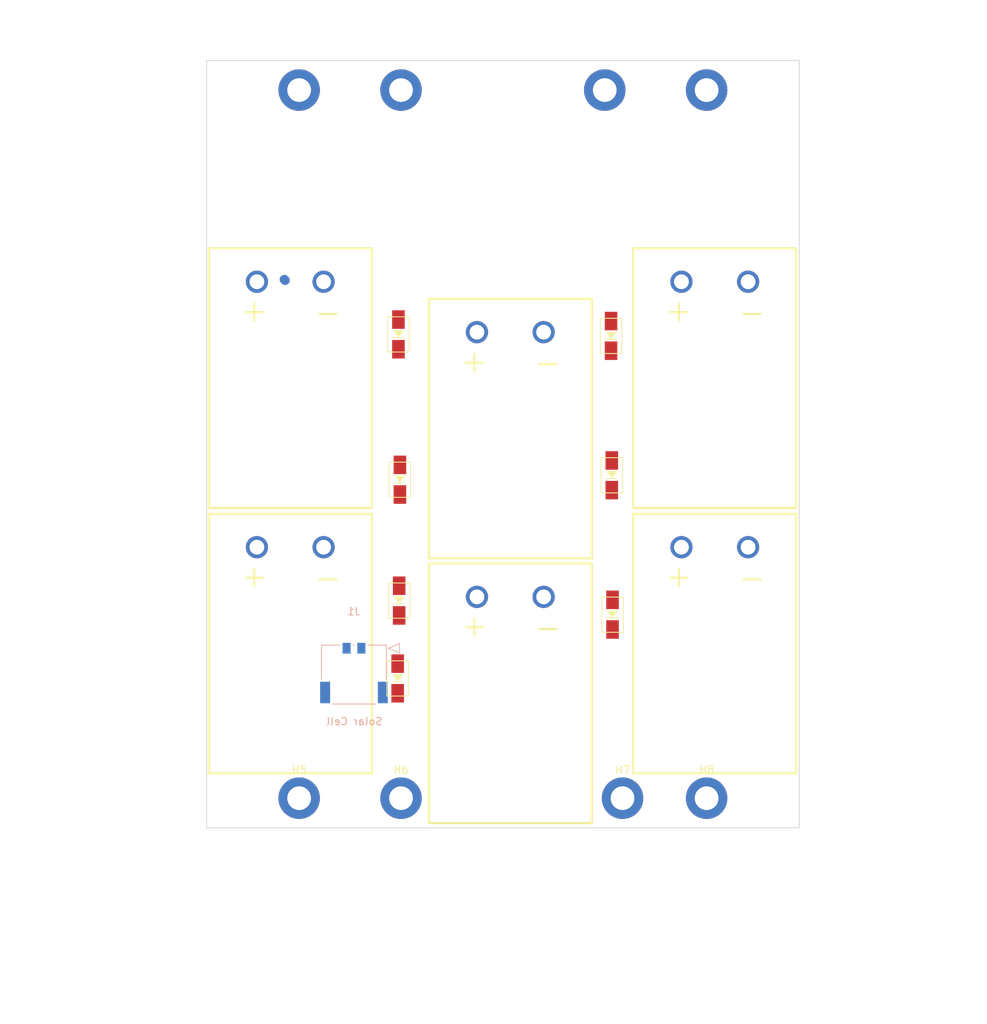
<source format=kicad_pcb>
(kicad_pcb (version 20211014) (generator pcbnew)
  (title_block (title "Solar Cell PCB (non-USB side)") (date "2022-12-25") (rev "2"))
  (layers (0 "F.Cu" signal) (31 "B.Cu" signal) (34 "B.Paste" user) (35 "F.Paste" user) (36 "B.SilkS" user "B.Silkscreen") (37 "F.SilkS" user "F.Silkscreen") (38 "B.Mask" user) (39 "F.Mask" user) (44 "Edge.Cuts" user))
  (net 0 "")
  (net 1 "GND")
  (net 2 "Net-(D1-Pad1)")
  (net 3 "Net-(D1-Pad2)")
  (net 4 "Net-(D2-Pad2)")
  (net 5 "Net-(D3-Pad2)")
  (net 6 "Net-(D4-Pad2)")
  (net 7 "Net-(D5-Pad2)")
  (net 8 "VSOLAR")
  (footprint "MountingHole:MountingHole_3.2mm_M3_DIN965_Pad" (layer "F.Cu") (at 128.25 138.25)
    (fp_text reference "H7" (at 0 -3.8) (layer "F.SilkS"))
    (fp_text value "MountingHole_Pad")
    (pad "1" thru_hole circle (at 0 0) (size 5.6 5.6) (drill 3.2) (layers *.Cu *.Mask) (net 1 "GND"))
  )
  (footprint "ISP:DO-214AC" (layer "F.Cu") (at 126.9 113.5 90)
    (fp_text reference "D6")
    (fp_text value "CDBA240LL-HF")
    (fp_line (start -2.375 -1.45) (end 2.375 -1.45) (layer "F.SilkS") (width 0.12))
    (fp_line (start -0.4318 -0.8128) (end -0.4318 0.7366) (layer "F.SilkS") (width 0.12))
    (fp_line (start -2.375 1.45) (end 2.375 1.45) (layer "F.SilkS") (width 0.12))
    (fp_line (start -2.375 1.45) (end -2.375 -1.45) (layer "F.SilkS") (width 0.12))
    (fp_line (start 2.375 1.45) (end 2.375 -1.45) (layer "F.SilkS") (width 0.12))
    (fp_poly (pts (xy 0.508 0.7112) (xy -0.3048 -0.0254) (xy 0.508 -0.635)) (layer "F.SilkS") (width 0.1) (fill solid))
    (pad "1" smd rect (at -2 0 90) (size 2.5 1.7) (layers "F.Cu" "F.Paste" "F.Mask") (net 7 "Net-(D5-Pad2)"))
    (pad "2" smd rect (at 2 0 90) (size 2.5 1.7) (layers "F.Cu" "F.Paste" "F.Mask") (net 1 "GND"))
  )
  (footprint "MountingHole:MountingHole_3.2mm_M3_DIN965_Pad" (layer "F.Cu") (at 84.6 42.75)
    (fp_text reference "H1")
    (fp_text value "MountingHole_Pad")
    (pad "1" thru_hole circle (at 0 0) (size 5.6 5.6) (drill 3.2) (layers *.Cu *.Mask) (net 1 "GND"))
  )
  (footprint "ISP:SM101K07TF" (layer "F.Cu") (at 83.9 81.6 90)
    (fp_text reference "SC1")
    (fp_text value "SM101K07TF")
    (fp_text user "+" (at 8.89 -5.58 90) (layer "F.SilkS") (effects (font (size 3 3) (thickness 0.3))))
    (fp_text user "-" (at 8.89 4.58) (layer "F.SilkS") (effects (font (size 3 3) (thickness 0.3))))
    (fp_line (start 17.5 10.5) (end -17.5 10.5) (layer "F.SilkS") (width 0.3))
    (fp_line (start -17.5 10.5) (end -17.5 -11.5) (layer "F.SilkS") (width 0.3))
    (fp_line (start -17.5 -11.5) (end 17.5 -11.5) (layer "F.SilkS") (width 0.3))
    (fp_line (start 17.5 -11.5) (end 17.5 10.5) (layer "F.SilkS") (width 0.3))
    (pad "1" thru_hole circle (at 13 -5 90) (size 3 3) (drill 2) (layers *.Mask "F.Cu" "In1.Cu" "B.Cu") (net 2 "Net-(D1-Pad1)"))
    (pad "2" thru_hole circle (at 13 4 90) (size 3 3) (drill 2) (layers *.Mask "F.Cu" "In1.Cu" "B.Cu") (net 3 "Net-(D1-Pad2)"))
  )
  (footprint "ISP:SM101K07TF" (layer "F.Cu") (at 141.2 81.6 90)
    (fp_text reference "SC3")
    (fp_text value "SM101K07TF")
    (fp_text user "+" (at 8.89 -5.58 90) (layer "F.SilkS") (effects (font (size 3 3) (thickness 0.3))))
    (fp_text user "-" (at 8.89 4.58) (layer "F.SilkS") (effects (font (size 3 3) (thickness 0.3))))
    (fp_line (start 17.5 -11.5) (end 17.5 10.5) (layer "F.SilkS") (width 0.3))
    (fp_line (start -17.5 10.5) (end -17.5 -11.5) (layer "F.SilkS") (width 0.3))
    (fp_line (start 17.5 10.5) (end -17.5 10.5) (layer "F.SilkS") (width 0.3))
    (fp_line (start -17.5 -11.5) (end 17.5 -11.5) (layer "F.SilkS") (width 0.3))
    (pad "1" thru_hole circle (at 13 -5 90) (size 3 3) (drill 2) (layers *.Mask "F.Cu" "In1.Cu" "B.Cu") (net 4 "Net-(D2-Pad2)"))
    (pad "2" thru_hole circle (at 13 4 90) (size 3 3) (drill 2) (layers *.Mask "F.Cu" "In1.Cu" "B.Cu") (net 5 "Net-(D3-Pad2)"))
  )
  (footprint "ISP:DO-214AC" (layer "F.Cu") (at 97.9 122.1 90)
    (fp_text reference "D9")
    (fp_text value "CDBA240LL-HF")
    (fp_line (start -2.375 -1.45) (end 2.375 -1.45) (layer "F.SilkS") (width 0.12))
    (fp_line (start -2.375 1.45) (end -2.375 -1.45) (layer "F.SilkS") (width 0.12))
    (fp_line (start -2.375 1.45) (end 2.375 1.45) (layer "F.SilkS") (width 0.12))
    (fp_line (start -0.4318 -0.8128) (end -0.4318 0.7366) (layer "F.SilkS") (width 0.12))
    (fp_line (start 2.375 1.45) (end 2.375 -1.45) (layer "F.SilkS") (width 0.12))
    (fp_poly (pts (xy 0.508 0.7112) (xy -0.3048 -0.0254) (xy 0.508 -0.635)) (layer "F.SilkS") (width 0.1) (fill solid))
    (pad "1" smd rect (at -2 0 90) (size 2.5 1.7) (layers "F.Cu" "F.Paste" "F.Mask") (net 8 "VSOLAR"))
    (pad "2" smd rect (at 2 0 90) (size 2.5 1.7) (layers "F.Cu" "F.Paste" "F.Mask") (net 2 "Net-(D1-Pad1)"))
  )
  (footprint "ISP:DO-214AC" (layer "F.Cu") (at 98.2 95.3 90)
    (fp_text reference "D2")
    (fp_text value "CDBA240LL-HF")
    (fp_line (start -2.375 -1.45) (end 2.375 -1.45) (layer "F.SilkS") (width 0.12))
    (fp_line (start -2.375 1.45) (end 2.375 1.45) (layer "F.SilkS") (width 0.12))
    (fp_line (start -2.375 1.45) (end -2.375 -1.45) (layer "F.SilkS") (width 0.12))
    (fp_line (start 2.375 1.45) (end 2.375 -1.45) (layer "F.SilkS") (width 0.12))
    (fp_line (start -0.4318 -0.8128) (end -0.4318 0.7366) (layer "F.SilkS") (width 0.12))
    (fp_poly (pts (xy 0.508 0.7112) (xy -0.3048 -0.0254) (xy 0.508 -0.635)) (layer "F.SilkS") (width 0.1) (fill solid))
    (pad "1" smd rect (at -2 0 90) (size 2.5 1.7) (layers "F.Cu" "F.Paste" "F.Mask") (net 3 "Net-(D1-Pad2)"))
    (pad "2" smd rect (at 2 0 90) (size 2.5 1.7) (layers "F.Cu" "F.Paste" "F.Mask") (net 4 "Net-(D2-Pad2)"))
  )
  (footprint "MountingHole:MountingHole_3.2mm_M3_DIN965_Pad" (layer "F.Cu") (at 139.6 138.25)
    (fp_text reference "H8" (at 0 -3.8) (layer "F.SilkS"))
    (fp_text value "MountingHole_Pad")
    (pad "1" thru_hole circle (at 0 0) (size 5.6 5.6) (drill 3.2) (layers *.Cu *.Mask) (net 1 "GND"))
  )
  (footprint "ISP:SM101K07TF" (layer "F.Cu") (at 113.6 124.1 90)
    (fp_text reference "SC5")
    (fp_text value "SM101K07TF")
    (fp_text user "-" (at 8.89 4.58) (layer "F.SilkS") (effects (font (size 3 3) (thickness 0.3))))
    (fp_text user "+" (at 8.89 -5.58 90) (layer "F.SilkS") (effects (font (size 3 3) (thickness 0.3))))
    (fp_line (start -17.5 -11.5) (end 17.5 -11.5) (layer "F.SilkS") (width 0.3))
    (fp_line (start 17.5 -11.5) (end 17.5 10.5) (layer "F.SilkS") (width 0.3))
    (fp_line (start -17.5 10.5) (end -17.5 -11.5) (layer "F.SilkS") (width 0.3))
    (fp_line (start 17.5 10.5) (end -17.5 10.5) (layer "F.SilkS") (width 0.3))
    (pad "1" thru_hole circle (at 13 -5 90) (size 3 3) (drill 2) (layers *.Mask "F.Cu" "In1.Cu" "B.Cu") (net 6 "Net-(D4-Pad2)"))
    (pad "2" thru_hole circle (at 13 4 90) (size 3 3) (drill 2) (layers *.Mask "F.Cu" "In1.Cu" "B.Cu") (net 7 "Net-(D5-Pad2)"))
  )
  (footprint "ISP:DO-214AC" (layer "F.Cu") (at 126.7 75.9 90)
    (fp_text reference "D3")
    (fp_text value "CDBA240LL-HF")
    (fp_line (start -2.375 -1.45) (end 2.375 -1.45) (layer "F.SilkS") (width 0.12))
    (fp_line (start 2.375 1.45) (end 2.375 -1.45) (layer "F.SilkS") (width 0.12))
    (fp_line (start -0.4318 -0.8128) (end -0.4318 0.7366) (layer "F.SilkS") (width 0.12))
    (fp_line (start -2.375 1.45) (end 2.375 1.45) (layer "F.SilkS") (width 0.12))
    (fp_line (start -2.375 1.45) (end -2.375 -1.45) (layer "F.SilkS") (width 0.12))
    (fp_poly (pts (xy 0.508 0.7112) (xy -0.3048 -0.0254) (xy 0.508 -0.635)) (layer "F.SilkS") (width 0.1) (fill solid))
    (pad "1" smd rect (at -2 0 90) (size 2.5 1.7) (layers "F.Cu" "F.Paste" "F.Mask") (net 4 "Net-(D2-Pad2)"))
    (pad "2" smd rect (at 2 0 90) (size 2.5 1.7) (layers "F.Cu" "F.Paste" "F.Mask") (net 5 "Net-(D3-Pad2)"))
  )
  (footprint "MountingHole:MountingHole_3.2mm_M3_DIN965_Pad" (layer "F.Cu") (at 125.85 42.75)
    (fp_text reference "H3")
    (fp_text value "MountingHole_Pad")
    (pad "1" thru_hole circle (at 0 0) (size 5.6 5.6) (drill 3.2) (layers *.Cu *.Mask) (net 1 "GND"))
  )
  (footprint "ISP:SM101K07TF" (layer "F.Cu") (at 113.6 88.4 90)
    (fp_text reference "SC2")
    (fp_text value "SM101K07TF")
    (fp_text user "+" (at 8.89 -5.58 90) (layer "F.SilkS") (effects (font (size 3 3) (thickness 0.3))))
    (fp_text user "-" (at 8.89 4.58) (layer "F.SilkS") (effects (font (size 3 3) (thickness 0.3))))
    (fp_line (start -17.5 10.5) (end -17.5 -11.5) (layer "F.SilkS") (width 0.3))
    (fp_line (start 17.5 10.5) (end -17.5 10.5) (layer "F.SilkS") (width 0.3))
    (fp_line (start 17.5 -11.5) (end 17.5 10.5) (layer "F.SilkS") (width 0.3))
    (fp_line (start -17.5 -11.5) (end 17.5 -11.5) (layer "F.SilkS") (width 0.3))
    (pad "1" thru_hole circle (at 13 -5 90) (size 3 3) (drill 2) (layers *.Mask "F.Cu" "In1.Cu" "B.Cu") (net 3 "Net-(D1-Pad2)"))
    (pad "2" thru_hole circle (at 13 4 90) (size 3 3) (drill 2) (layers *.Mask "F.Cu" "In1.Cu" "B.Cu") (net 4 "Net-(D2-Pad2)"))
  )
  (footprint "ISP:DO-214AC" (layer "F.Cu") (at 98 75.7 90)
    (fp_text reference "D1")
    (fp_text value "CDBA240LL-HF")
    (fp_line (start -0.4318 -0.8128) (end -0.4318 0.7366) (layer "F.SilkS") (width 0.12))
    (fp_line (start -2.375 1.45) (end 2.375 1.45) (layer "F.SilkS") (width 0.12))
    (fp_line (start -2.375 -1.45) (end 2.375 -1.45) (layer "F.SilkS") (width 0.12))
    (fp_line (start -2.375 1.45) (end -2.375 -1.45) (layer "F.SilkS") (width 0.12))
    (fp_line (start 2.375 1.45) (end 2.375 -1.45) (layer "F.SilkS") (width 0.12))
    (fp_poly (pts (xy 0.508 0.7112) (xy -0.3048 -0.0254) (xy 0.508 -0.635)) (layer "F.SilkS") (width 0.1) (fill solid))
    (pad "1" smd rect (at -2 0 90) (size 2.5 1.7) (layers "F.Cu" "F.Paste" "F.Mask") (net 2 "Net-(D1-Pad1)"))
    (pad "2" smd rect (at 2 0 90) (size 2.5 1.7) (layers "F.Cu" "F.Paste" "F.Mask") (net 3 "Net-(D1-Pad2)"))
  )
  (footprint "ISP:DO-214AC" (layer "F.Cu") (at 98.1 111.6 90)
    (fp_text reference "D5")
    (fp_text value "CDBA240LL-HF")
    (fp_line (start -0.4318 -0.8128) (end -0.4318 0.7366) (layer "F.SilkS") (width 0.12))
    (fp_line (start -2.375 -1.45) (end 2.375 -1.45) (layer "F.SilkS") (width 0.12))
    (fp_line (start -2.375 1.45) (end 2.375 1.45) (layer "F.SilkS") (width 0.12))
    (fp_line (start -2.375 1.45) (end -2.375 -1.45) (layer "F.SilkS") (width 0.12))
    (fp_line (start 2.375 1.45) (end 2.375 -1.45) (layer "F.SilkS") (width 0.12))
    (fp_poly (pts (xy 0.508 0.7112) (xy -0.3048 -0.0254) (xy 0.508 -0.635)) (layer "F.SilkS") (width 0.1) (fill solid))
    (pad "1" smd rect (at -2 0 90) (size 2.5 1.7) (layers "F.Cu" "F.Paste" "F.Mask") (net 6 "Net-(D4-Pad2)"))
    (pad "2" smd rect (at 2 0 90) (size 2.5 1.7) (layers "F.Cu" "F.Paste" "F.Mask") (net 7 "Net-(D5-Pad2)"))
  )
  (footprint "MountingHole:MountingHole_3.2mm_M3_DIN965_Pad" (layer "F.Cu") (at 84.6 138.25)
    (fp_text reference "H5" (at 0 -3.8) (layer "F.SilkS"))
    (fp_text value "MountingHole_Pad")
    (pad "1" thru_hole circle (at 0 0) (size 5.6 5.6) (drill 3.2) (layers *.Cu *.Mask) (net 1 "GND"))
  )
  (footprint "ISP:SM101K07TF" (layer "F.Cu") (at 83.9 117.4 90)
    (fp_text reference "SC4")
    (fp_text value "SM101K07TF")
    (fp_text user "+" (at 8.89 -5.58 90) (layer "F.SilkS") (effects (font (size 3 3) (thickness 0.3))))
    (fp_text user "-" (at 8.89 4.58) (layer "F.SilkS") (effects (font (size 3 3) (thickness 0.3))))
    (fp_line (start 17.5 10.5) (end -17.5 10.5) (layer "F.SilkS") (width 0.3))
    (fp_line (start -17.5 -11.5) (end 17.5 -11.5) (layer "F.SilkS") (width 0.3))
    (fp_line (start -17.5 10.5) (end -17.5 -11.5) (layer "F.SilkS") (width 0.3))
    (fp_line (start 17.5 -11.5) (end 17.5 10.5) (layer "F.SilkS") (width 0.3))
    (pad "1" thru_hole circle (at 13 -5 90) (size 3 3) (drill 2) (layers *.Mask "F.Cu" "In1.Cu" "B.Cu") (net 5 "Net-(D3-Pad2)"))
    (pad "2" thru_hole circle (at 13 4 90) (size 3 3) (drill 2) (layers *.Mask "F.Cu" "In1.Cu" "B.Cu") (net 6 "Net-(D4-Pad2)"))
  )
  (footprint "ISP:DO-214AC" (layer "F.Cu") (at 126.8 94.7 90)
    (fp_text reference "D4")
    (fp_text value "CDBA240LL-HF")
    (fp_line (start -2.375 1.45) (end -2.375 -1.45) (layer "F.SilkS") (width 0.12))
    (fp_line (start -2.375 -1.45) (end 2.375 -1.45) (layer "F.SilkS") (width 0.12))
    (fp_line (start -0.4318 -0.8128) (end -0.4318 0.7366) (layer "F.SilkS") (width 0.12))
    (fp_line (start -2.375 1.45) (end 2.375 1.45) (layer "F.SilkS") (width 0.12))
    (fp_line (start 2.375 1.45) (end 2.375 -1.45) (layer "F.SilkS") (width 0.12))
    (fp_poly (pts (xy 0.508 0.7112) (xy -0.3048 -0.0254) (xy 0.508 -0.635)) (layer "F.SilkS") (width 0.1) (fill solid))
    (pad "1" smd rect (at -2 0 90) (size 2.5 1.7) (layers "F.Cu" "F.Paste" "F.Mask") (net 5 "Net-(D3-Pad2)"))
    (pad "2" smd rect (at 2 0 90) (size 2.5 1.7) (layers "F.Cu" "F.Paste" "F.Mask") (net 6 "Net-(D4-Pad2)"))
  )
  (footprint "MountingHole:MountingHole_3.2mm_M3_DIN965_Pad" (layer "F.Cu") (at 139.6 42.75)
    (fp_text reference "H4")
    (fp_text value "MountingHole_Pad")
    (pad "1" thru_hole circle (at 0 0) (size 5.6 5.6) (drill 3.2) (layers *.Cu *.Mask) (net 1 "GND"))
  )
  (footprint "MountingHole:MountingHole_3.2mm_M3_DIN965_Pad" (layer "F.Cu") (at 98.35 42.75)
    (fp_text reference "H2")
    (fp_text value "MountingHole_Pad")
    (pad "1" thru_hole circle (at 0 0) (size 5.6 5.6) (drill 3.2) (layers *.Cu *.Mask) (net 1 "GND"))
  )
  (footprint "MountingHole:MountingHole_3.2mm_M3_DIN965_Pad" (layer "F.Cu") (at 98.35 138.25)
    (fp_text reference "H6" (at 0 -3.8) (layer "F.SilkS"))
    (fp_text value "MountingHole_Pad")
    (pad "1" thru_hole circle (at 0 0) (size 5.6 5.6) (drill 3.2) (layers *.Cu *.Mask) (net 1 "GND"))
  )
  (footprint "ISP:SM101K07TF" (layer "F.Cu") (at 141.2 117.4 90)
    (fp_text reference "SC6")
    (fp_text value "SM101K07TF")
    (fp_text user "-" (at 8.89 4.58) (layer "F.SilkS") (effects (font (size 3 3) (thickness 0.3))))
    (fp_text user "+" (at 8.89 -5.58 90) (layer "F.SilkS") (effects (font (size 3 3) (thickness 0.3))))
    (fp_line (start -17.5 -11.5) (end 17.5 -11.5) (layer "F.SilkS") (width 0.3))
    (fp_line (start 17.5 -11.5) (end 17.5 10.5) (layer "F.SilkS") (width 0.3))
    (fp_line (start 17.5 10.5) (end -17.5 10.5) (layer "F.SilkS") (width 0.3))
    (fp_line (start -17.5 10.5) (end -17.5 -11.5) (layer "F.SilkS") (width 0.3))
    (pad "1" thru_hole circle (at 13 -5 90) (size 3 3) (drill 2) (layers *.Mask "F.Cu" "In1.Cu" "B.Cu") (net 7 "Net-(D5-Pad2)"))
    (pad "2" thru_hole circle (at 13 4 90) (size 3 3) (drill 2) (layers *.Mask "F.Cu" "In1.Cu" "B.Cu") (net 1 "GND"))
  )
  (footprint "Molex_PicoLock_2p_2mm_2053380002:2053380002" (layer "B.Cu") (at 93 118.0246)
    (fp_text reference "J1" (at -1.0285 -4.950001) (layer "B.SilkS") (effects (justify mirror)))
    (fp_text value "Solar Cell" (at -0.9535 9.874999) (layer "B.SilkS") (effects (justify mirror)))
    (fp_line (start 3.628992 0) (end 5.152992 0.635) (layer "B.SilkS") (width 0.12))
    (fp_line (start -5.374991 4.20496) (end -5.374991 -0.425) (layer "B.SilkS") (width 0.12))
    (fp_line (start -5.374991 -0.425) (end -2.870041 -0.425) (layer "B.SilkS") (width 0.12))
    (fp_line (start 3.374992 -0.425) (end 3.374992 4.20496) (layer "B.SilkS") (width 0.12))
    (fp_line (start 5.152992 0.635) (end 5.152992 -0.635) (layer "B.SilkS") (width 0.12))
    (fp_line (start -1.129961 -0.425) (end -0.87004 -0.425) (layer "B.SilkS") (width 0.12))
    (fp_line (start 5.152992 -0.635) (end 3.628992 0) (layer "B.SilkS") (width 0.12))
    (fp_line (start 0.87004 -0.425) (end 3.374992 -0.425) (layer "B.SilkS") (width 0.12))
    (fp_line (start 1.915982 7.525) (end -3.915981 7.525) (layer "B.SilkS") (width 0.12))
    (pad "1" smd rect (at 0 0) (size 1.1 1.45) (layers "B.Cu" "B.Paste" "B.Mask") (net 1 "GND"))
    (pad "2" smd rect (at -2.000001 0) (size 1.1 1.45) (layers "B.Cu" "B.Paste" "B.Mask") (net 8 "VSOLAR"))
    (pad "3" smd rect (at 2.894998 5.974999) (size 1.35 2.899999) (layers "B.Cu" "B.Paste" "B.Mask"))
    (pad "4" smd rect (at -4.894997 5.974999) (size 1.35 2.899999) (layers "B.Cu" "B.Paste" "B.Mask"))
  )
  (gr_line (start 143.6 38.75) (end 152.1 38.75) (layer "Edge.Cuts") (width 0.1))
  (gr_line (start 80.6 142.25) (end 88.6 142.25) (layer "Edge.Cuts") (width 0.1))
  (gr_line (start 135.6 142.25) (end 88.6 142.25) (layer "Edge.Cuts") (width 0.1))
  (gr_line (start 80.65 38.75) (end 88.65 38.75) (layer "Edge.Cuts") (width 0.1))
  (gr_line (start 135.6 38.75) (end 143.6 38.75) (layer "Edge.Cuts") (width 0.1))
  (gr_line (start 152.1 38.75) (end 152.1 142.25) (layer "Edge.Cuts") (width 0.1))
  (gr_line (start 80.6 142.25) (end 72.1 142.25) (layer "Edge.Cuts") (width 0.1))
  (gr_line (start 143.6 142.25) (end 152.1 142.25) (layer "Edge.Cuts") (width 0.1))
  (gr_line (start 135.6 142.25) (end 143.6 142.25) (layer "Edge.Cuts") (width 0.1))
  (gr_line (start 88.65 38.75) (end 135.6 38.75) (layer "Edge.Cuts") (width 0.1))
  (gr_line (start 80.65 38.75) (end 72.1 38.75) (layer "Edge.Cuts") (width 0.1))
  (gr_line (start 72.1 142.25) (end 72.1 38.75) (layer "Edge.Cuts") (width 0.1))
  (segment (start 82.6 68.3) (end 82.7 68.4) (width 1.27) (layer "B.Cu") (net 3))
)
</source>
